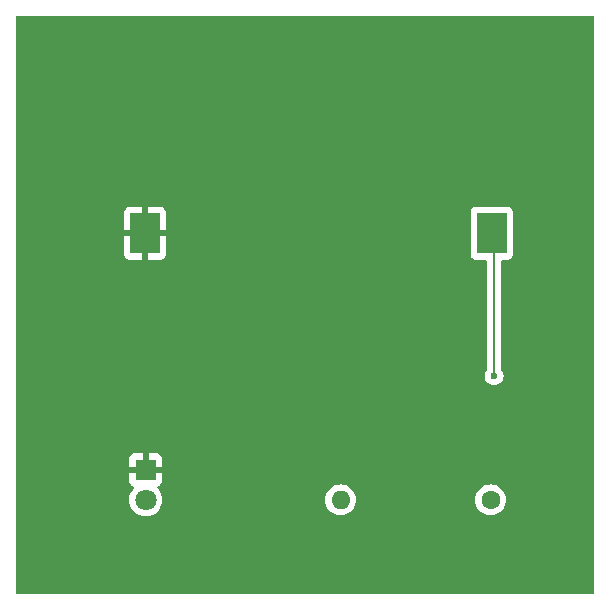
<source format=gbr>
%TF.GenerationSoftware,KiCad,Pcbnew,8.0.7*%
%TF.CreationDate,2025-01-07T01:26:18+09:00*%
%TF.ProjectId,Simple_LED,53696d70-6c65-45f4-9c45-442e6b696361,rev?*%
%TF.SameCoordinates,Original*%
%TF.FileFunction,Copper,L2,Bot*%
%TF.FilePolarity,Positive*%
%FSLAX46Y46*%
G04 Gerber Fmt 4.6, Leading zero omitted, Abs format (unit mm)*
G04 Created by KiCad (PCBNEW 8.0.7) date 2025-01-07 01:26:18*
%MOMM*%
%LPD*%
G01*
G04 APERTURE LIST*
%TA.AperFunction,Conductor*%
%ADD10C,0.200000*%
%TD*%
%TA.AperFunction,ComponentPad*%
%ADD11C,1.600000*%
%TD*%
%TA.AperFunction,ComponentPad*%
%ADD12O,1.600000X1.600000*%
%TD*%
%TA.AperFunction,ComponentPad*%
%ADD13R,1.800000X1.800000*%
%TD*%
%TA.AperFunction,ComponentPad*%
%ADD14C,1.800000*%
%TD*%
%TA.AperFunction,SMDPad,CuDef*%
%ADD15R,2.540000X3.510000*%
%TD*%
%TA.AperFunction,ViaPad*%
%ADD16C,0.600000*%
%TD*%
G04 APERTURE END LIST*
D10*
%TO.N,VCC*%
X191000000Y-69000000D02*
X191000000Y-81000000D01*
%TD*%
D11*
%TO.P,R1,1*%
%TO.N,VCC*%
X190700000Y-91500000D03*
D12*
%TO.P,R1,2*%
%TO.N,/led*%
X178000000Y-91500000D03*
%TD*%
D13*
%TO.P,D1,1,K*%
%TO.N,GND*%
X161500000Y-88960000D03*
D14*
%TO.P,D1,2,A*%
%TO.N,/led*%
X161500000Y-91500000D03*
%TD*%
D15*
%TO.P,BT1,1,+*%
%TO.N,VCC*%
X190800000Y-68948970D03*
%TO.P,BT1,2,-*%
%TO.N,GND*%
X161440000Y-68948970D03*
%TD*%
D16*
%TO.N,VCC*%
X191000000Y-81000000D03*
%TD*%
D10*
%TO.N,GND*%
X161440000Y-88900000D02*
X161500000Y-88960000D01*
X161440000Y-68948970D02*
X161440000Y-88900000D01*
%TD*%
%TA.AperFunction,Conductor*%
%TO.N,GND*%
G36*
X199442539Y-50520185D02*
G01*
X199488294Y-50572989D01*
X199499500Y-50624500D01*
X199499500Y-99375500D01*
X199479815Y-99442539D01*
X199427011Y-99488294D01*
X199375500Y-99499500D01*
X150624500Y-99499500D01*
X150557461Y-99479815D01*
X150511706Y-99427011D01*
X150500500Y-99375500D01*
X150500500Y-91499993D01*
X160094700Y-91499993D01*
X160094700Y-91500006D01*
X160113864Y-91731297D01*
X160113866Y-91731308D01*
X160170842Y-91956300D01*
X160264075Y-92168848D01*
X160391016Y-92363147D01*
X160391019Y-92363151D01*
X160391021Y-92363153D01*
X160548216Y-92533913D01*
X160548219Y-92533915D01*
X160548222Y-92533918D01*
X160731365Y-92676464D01*
X160731371Y-92676468D01*
X160731374Y-92676470D01*
X160935497Y-92786936D01*
X160989479Y-92805468D01*
X161155015Y-92862297D01*
X161155017Y-92862297D01*
X161155019Y-92862298D01*
X161383951Y-92900500D01*
X161383952Y-92900500D01*
X161616048Y-92900500D01*
X161616049Y-92900500D01*
X161844981Y-92862298D01*
X162064503Y-92786936D01*
X162268626Y-92676470D01*
X162451784Y-92533913D01*
X162608979Y-92363153D01*
X162735924Y-92168849D01*
X162829157Y-91956300D01*
X162886134Y-91731305D01*
X162886516Y-91726697D01*
X162905300Y-91500006D01*
X162905300Y-91499998D01*
X176694532Y-91499998D01*
X176694532Y-91500001D01*
X176714364Y-91726686D01*
X176714366Y-91726697D01*
X176773258Y-91946488D01*
X176773261Y-91946497D01*
X176869431Y-92152732D01*
X176869432Y-92152734D01*
X176999954Y-92339141D01*
X177160858Y-92500045D01*
X177160861Y-92500047D01*
X177347266Y-92630568D01*
X177553504Y-92726739D01*
X177773308Y-92785635D01*
X177935230Y-92799801D01*
X177999998Y-92805468D01*
X178000000Y-92805468D01*
X178000002Y-92805468D01*
X178056673Y-92800509D01*
X178226692Y-92785635D01*
X178446496Y-92726739D01*
X178652734Y-92630568D01*
X178839139Y-92500047D01*
X179000047Y-92339139D01*
X179130568Y-92152734D01*
X179226739Y-91946496D01*
X179285635Y-91726692D01*
X179302634Y-91532384D01*
X179305468Y-91500001D01*
X179305468Y-91499998D01*
X189394532Y-91499998D01*
X189394532Y-91500001D01*
X189414364Y-91726686D01*
X189414366Y-91726697D01*
X189473258Y-91946488D01*
X189473261Y-91946497D01*
X189569431Y-92152732D01*
X189569432Y-92152734D01*
X189699954Y-92339141D01*
X189860858Y-92500045D01*
X189860861Y-92500047D01*
X190047266Y-92630568D01*
X190253504Y-92726739D01*
X190473308Y-92785635D01*
X190635230Y-92799801D01*
X190699998Y-92805468D01*
X190700000Y-92805468D01*
X190700002Y-92805468D01*
X190756673Y-92800509D01*
X190926692Y-92785635D01*
X191146496Y-92726739D01*
X191352734Y-92630568D01*
X191539139Y-92500047D01*
X191700047Y-92339139D01*
X191830568Y-92152734D01*
X191926739Y-91946496D01*
X191985635Y-91726692D01*
X192002634Y-91532384D01*
X192005468Y-91500001D01*
X192005468Y-91499998D01*
X191985635Y-91273313D01*
X191985635Y-91273308D01*
X191926739Y-91053504D01*
X191830568Y-90847266D01*
X191700047Y-90660861D01*
X191700045Y-90660858D01*
X191539141Y-90499954D01*
X191352734Y-90369432D01*
X191352732Y-90369431D01*
X191146497Y-90273261D01*
X191146488Y-90273258D01*
X190926697Y-90214366D01*
X190926693Y-90214365D01*
X190926692Y-90214365D01*
X190926691Y-90214364D01*
X190926686Y-90214364D01*
X190700002Y-90194532D01*
X190699998Y-90194532D01*
X190473313Y-90214364D01*
X190473302Y-90214366D01*
X190253511Y-90273258D01*
X190253502Y-90273261D01*
X190047267Y-90369431D01*
X190047265Y-90369432D01*
X189860858Y-90499954D01*
X189699954Y-90660858D01*
X189569432Y-90847265D01*
X189569431Y-90847267D01*
X189473261Y-91053502D01*
X189473258Y-91053511D01*
X189414366Y-91273302D01*
X189414364Y-91273313D01*
X189394532Y-91499998D01*
X179305468Y-91499998D01*
X179285635Y-91273313D01*
X179285635Y-91273308D01*
X179226739Y-91053504D01*
X179130568Y-90847266D01*
X179000047Y-90660861D01*
X179000045Y-90660858D01*
X178839141Y-90499954D01*
X178652734Y-90369432D01*
X178652732Y-90369431D01*
X178446497Y-90273261D01*
X178446488Y-90273258D01*
X178226697Y-90214366D01*
X178226693Y-90214365D01*
X178226692Y-90214365D01*
X178226691Y-90214364D01*
X178226686Y-90214364D01*
X178000002Y-90194532D01*
X177999998Y-90194532D01*
X177773313Y-90214364D01*
X177773302Y-90214366D01*
X177553511Y-90273258D01*
X177553502Y-90273261D01*
X177347267Y-90369431D01*
X177347265Y-90369432D01*
X177160858Y-90499954D01*
X176999954Y-90660858D01*
X176869432Y-90847265D01*
X176869431Y-90847267D01*
X176773261Y-91053502D01*
X176773258Y-91053511D01*
X176714366Y-91273302D01*
X176714364Y-91273313D01*
X176694532Y-91499998D01*
X162905300Y-91499998D01*
X162905300Y-91499993D01*
X162886135Y-91268702D01*
X162886133Y-91268691D01*
X162829157Y-91043699D01*
X162735924Y-90831151D01*
X162608981Y-90636849D01*
X162513832Y-90533489D01*
X162482910Y-90470835D01*
X162490770Y-90401409D01*
X162534918Y-90347253D01*
X162561730Y-90333325D01*
X162642084Y-90303355D01*
X162642093Y-90303350D01*
X162757187Y-90217190D01*
X162757190Y-90217187D01*
X162843350Y-90102093D01*
X162843354Y-90102086D01*
X162893596Y-89967379D01*
X162893598Y-89967372D01*
X162899999Y-89907844D01*
X162900000Y-89907827D01*
X162900000Y-89210000D01*
X161875278Y-89210000D01*
X161919333Y-89133694D01*
X161950000Y-89019244D01*
X161950000Y-88900756D01*
X161919333Y-88786306D01*
X161875278Y-88710000D01*
X162900000Y-88710000D01*
X162900000Y-88012172D01*
X162899999Y-88012155D01*
X162893598Y-87952627D01*
X162893596Y-87952620D01*
X162843354Y-87817913D01*
X162843350Y-87817906D01*
X162757190Y-87702812D01*
X162757187Y-87702809D01*
X162642093Y-87616649D01*
X162642086Y-87616645D01*
X162507379Y-87566403D01*
X162507372Y-87566401D01*
X162447844Y-87560000D01*
X161750000Y-87560000D01*
X161750000Y-88584722D01*
X161673694Y-88540667D01*
X161559244Y-88510000D01*
X161440756Y-88510000D01*
X161326306Y-88540667D01*
X161250000Y-88584722D01*
X161250000Y-87560000D01*
X160552155Y-87560000D01*
X160492627Y-87566401D01*
X160492620Y-87566403D01*
X160357913Y-87616645D01*
X160357906Y-87616649D01*
X160242812Y-87702809D01*
X160242809Y-87702812D01*
X160156649Y-87817906D01*
X160156645Y-87817913D01*
X160106403Y-87952620D01*
X160106401Y-87952627D01*
X160100000Y-88012155D01*
X160100000Y-88710000D01*
X161124722Y-88710000D01*
X161080667Y-88786306D01*
X161050000Y-88900756D01*
X161050000Y-89019244D01*
X161080667Y-89133694D01*
X161124722Y-89210000D01*
X160100000Y-89210000D01*
X160100000Y-89907844D01*
X160106401Y-89967372D01*
X160106403Y-89967379D01*
X160156645Y-90102086D01*
X160156649Y-90102093D01*
X160242809Y-90217187D01*
X160242812Y-90217190D01*
X160357906Y-90303350D01*
X160357913Y-90303354D01*
X160438270Y-90333325D01*
X160494204Y-90375196D01*
X160518621Y-90440660D01*
X160503770Y-90508933D01*
X160486168Y-90533489D01*
X160391021Y-90636847D01*
X160391019Y-90636848D01*
X160391016Y-90636853D01*
X160264075Y-90831151D01*
X160170842Y-91043699D01*
X160113866Y-91268691D01*
X160113864Y-91268702D01*
X160094700Y-91499993D01*
X150500500Y-91499993D01*
X150500500Y-70751814D01*
X159670000Y-70751814D01*
X159676401Y-70811342D01*
X159676403Y-70811349D01*
X159726645Y-70946056D01*
X159726649Y-70946063D01*
X159812809Y-71061157D01*
X159812812Y-71061160D01*
X159927906Y-71147320D01*
X159927913Y-71147324D01*
X160062620Y-71197566D01*
X160062627Y-71197568D01*
X160122155Y-71203969D01*
X160122172Y-71203970D01*
X161190000Y-71203970D01*
X161690000Y-71203970D01*
X162757828Y-71203970D01*
X162757844Y-71203969D01*
X162817372Y-71197568D01*
X162817379Y-71197566D01*
X162952086Y-71147324D01*
X162952093Y-71147320D01*
X163067187Y-71061160D01*
X163067190Y-71061157D01*
X163153350Y-70946063D01*
X163153354Y-70946056D01*
X163203596Y-70811349D01*
X163203598Y-70811342D01*
X163209999Y-70751814D01*
X163210000Y-70751797D01*
X163210000Y-69198970D01*
X161690000Y-69198970D01*
X161690000Y-71203970D01*
X161190000Y-71203970D01*
X161190000Y-69198970D01*
X159670000Y-69198970D01*
X159670000Y-70751814D01*
X150500500Y-70751814D01*
X150500500Y-67146125D01*
X159670000Y-67146125D01*
X159670000Y-68698970D01*
X161190000Y-68698970D01*
X161690000Y-68698970D01*
X163210000Y-68698970D01*
X163210000Y-67146142D01*
X163209999Y-67146125D01*
X163209997Y-67146105D01*
X189029500Y-67146105D01*
X189029500Y-70751840D01*
X189029501Y-70751846D01*
X189035908Y-70811453D01*
X189086202Y-70946298D01*
X189086206Y-70946305D01*
X189172452Y-71061514D01*
X189172455Y-71061517D01*
X189287664Y-71147763D01*
X189287671Y-71147767D01*
X189422517Y-71198061D01*
X189422516Y-71198061D01*
X189429444Y-71198805D01*
X189482127Y-71204470D01*
X190275500Y-71204469D01*
X190342539Y-71224153D01*
X190388294Y-71276957D01*
X190399500Y-71328469D01*
X190399500Y-80417587D01*
X190379815Y-80484626D01*
X190372450Y-80494896D01*
X190370186Y-80497734D01*
X190274211Y-80650476D01*
X190214631Y-80820745D01*
X190214630Y-80820750D01*
X190194435Y-80999996D01*
X190194435Y-81000003D01*
X190214630Y-81179249D01*
X190214631Y-81179254D01*
X190274211Y-81349523D01*
X190370184Y-81502262D01*
X190497738Y-81629816D01*
X190650478Y-81725789D01*
X190820745Y-81785368D01*
X190820750Y-81785369D01*
X190999996Y-81805565D01*
X191000000Y-81805565D01*
X191000004Y-81805565D01*
X191179249Y-81785369D01*
X191179252Y-81785368D01*
X191179255Y-81785368D01*
X191349522Y-81725789D01*
X191502262Y-81629816D01*
X191629816Y-81502262D01*
X191725789Y-81349522D01*
X191785368Y-81179255D01*
X191805565Y-81000000D01*
X191785368Y-80820745D01*
X191725789Y-80650478D01*
X191629816Y-80497738D01*
X191629814Y-80497736D01*
X191629813Y-80497734D01*
X191627550Y-80494896D01*
X191626659Y-80492715D01*
X191626111Y-80491842D01*
X191626264Y-80491745D01*
X191601144Y-80430209D01*
X191600500Y-80417587D01*
X191600500Y-71328469D01*
X191620185Y-71261430D01*
X191672989Y-71215675D01*
X191724500Y-71204469D01*
X192117871Y-71204469D01*
X192117872Y-71204469D01*
X192177483Y-71198061D01*
X192312331Y-71147766D01*
X192427546Y-71061516D01*
X192513796Y-70946301D01*
X192564091Y-70811453D01*
X192570500Y-70751843D01*
X192570499Y-67146098D01*
X192564091Y-67086487D01*
X192513884Y-66951876D01*
X192513797Y-66951641D01*
X192513793Y-66951634D01*
X192427547Y-66836425D01*
X192427544Y-66836422D01*
X192312335Y-66750176D01*
X192312328Y-66750172D01*
X192177482Y-66699878D01*
X192177483Y-66699878D01*
X192117883Y-66693471D01*
X192117881Y-66693470D01*
X192117873Y-66693470D01*
X192117864Y-66693470D01*
X189482129Y-66693470D01*
X189482123Y-66693471D01*
X189422516Y-66699878D01*
X189287671Y-66750172D01*
X189287664Y-66750176D01*
X189172455Y-66836422D01*
X189172452Y-66836425D01*
X189086206Y-66951634D01*
X189086202Y-66951641D01*
X189035908Y-67086487D01*
X189029501Y-67146086D01*
X189029501Y-67146093D01*
X189029500Y-67146105D01*
X163209997Y-67146105D01*
X163203598Y-67086597D01*
X163203596Y-67086590D01*
X163153354Y-66951883D01*
X163153350Y-66951876D01*
X163067190Y-66836782D01*
X163067187Y-66836779D01*
X162952093Y-66750619D01*
X162952086Y-66750615D01*
X162817379Y-66700373D01*
X162817372Y-66700371D01*
X162757844Y-66693970D01*
X161690000Y-66693970D01*
X161690000Y-68698970D01*
X161190000Y-68698970D01*
X161190000Y-66693970D01*
X160122155Y-66693970D01*
X160062627Y-66700371D01*
X160062620Y-66700373D01*
X159927913Y-66750615D01*
X159927906Y-66750619D01*
X159812812Y-66836779D01*
X159812809Y-66836782D01*
X159726649Y-66951876D01*
X159726645Y-66951883D01*
X159676403Y-67086590D01*
X159676401Y-67086597D01*
X159670000Y-67146125D01*
X150500500Y-67146125D01*
X150500500Y-50624500D01*
X150520185Y-50557461D01*
X150572989Y-50511706D01*
X150624500Y-50500500D01*
X199375500Y-50500500D01*
X199442539Y-50520185D01*
G37*
%TD.AperFunction*%
%TD*%
M02*

</source>
